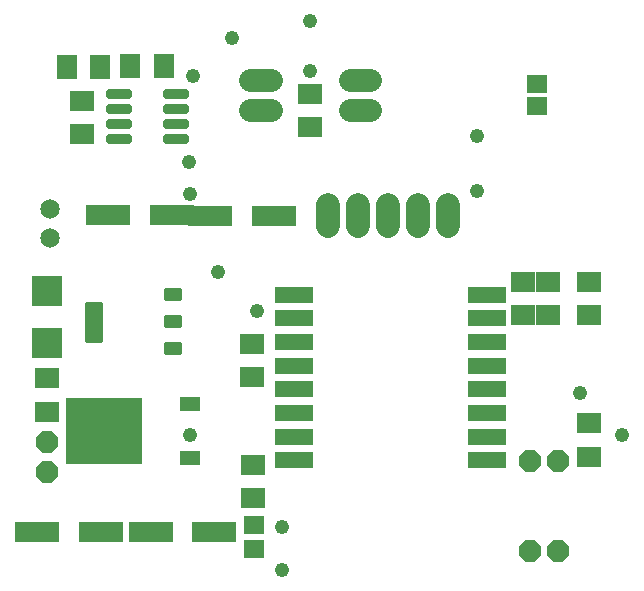
<source format=gbr>
G04 EAGLE Gerber RS-274X export*
G75*
%MOMM*%
%FSLAX34Y34*%
%LPD*%
%INSoldermask Bottom*%
%IPPOS*%
%AMOC8*
5,1,8,0,0,1.08239X$1,22.5*%
G01*
%ADD10R,1.803200X1.503200*%
%ADD11R,3.703200X1.803200*%
%ADD12R,2.603200X2.603200*%
%ADD13R,6.403200X5.603200*%
%ADD14R,1.803200X1.203200*%
%ADD15C,1.656000*%
%ADD16P,1.979475X8X292.500000*%
%ADD17R,2.006200X1.803200*%
%ADD18R,3.203200X1.403200*%
%ADD19P,1.979475X8X112.500000*%
%ADD20C,0.543816*%
%ADD21R,1.803200X2.006200*%
%ADD22C,0.339959*%
%ADD23C,0.393431*%
%ADD24C,1.930400*%
%ADD25C,2.016000*%
%ADD26C,1.209600*%


D10*
X228100Y35700D03*
X228100Y55700D03*
D11*
X191300Y317800D03*
X245300Y317800D03*
X98800Y50200D03*
X44800Y50200D03*
X194800Y50200D03*
X140800Y50200D03*
D12*
X53400Y209700D03*
X53400Y253700D03*
D13*
X101200Y135300D03*
D14*
X174200Y158100D03*
X174200Y112500D03*
D15*
X55500Y323600D03*
X55500Y298600D03*
D16*
X52900Y125900D03*
X52900Y100500D03*
D17*
X226900Y181080D03*
X226900Y209520D03*
X53300Y151780D03*
X53300Y180220D03*
X456500Y233330D03*
X456500Y261770D03*
X227300Y78480D03*
X227300Y106920D03*
D18*
X261900Y110800D03*
X261900Y130800D03*
X261900Y150800D03*
X261900Y170800D03*
X261900Y190800D03*
X261900Y210800D03*
X261900Y230800D03*
X261900Y250800D03*
X425900Y110800D03*
X425900Y130800D03*
X425900Y150800D03*
X425900Y170800D03*
X425900Y190800D03*
X425900Y210800D03*
X425900Y230800D03*
X425900Y250800D03*
D17*
X512100Y141920D03*
X512100Y113480D03*
X511600Y233330D03*
X511600Y261770D03*
D19*
X486000Y33900D03*
X486000Y110100D03*
D16*
X462000Y110100D03*
X462000Y33900D03*
D20*
X170847Y419453D02*
X153553Y419453D01*
X153553Y422647D01*
X170847Y422647D01*
X170847Y419453D01*
X170847Y406753D02*
X153553Y406753D01*
X153553Y409947D01*
X170847Y409947D01*
X170847Y406753D01*
X170847Y394053D02*
X153553Y394053D01*
X153553Y397247D01*
X170847Y397247D01*
X170847Y394053D01*
X170847Y381353D02*
X153553Y381353D01*
X153553Y384547D01*
X170847Y384547D01*
X170847Y381353D01*
X122447Y384547D02*
X105153Y384547D01*
X122447Y384547D02*
X122447Y381353D01*
X105153Y381353D01*
X105153Y384547D01*
X105153Y397247D02*
X122447Y397247D01*
X122447Y394053D01*
X105153Y394053D01*
X105153Y397247D01*
X105153Y409947D02*
X122447Y409947D01*
X122447Y406753D01*
X105153Y406753D01*
X105153Y409947D01*
X105153Y422647D02*
X122447Y422647D01*
X122447Y419453D01*
X105153Y419453D01*
X105153Y422647D01*
D21*
X98220Y444000D03*
X69780Y444000D03*
D17*
X82300Y386780D03*
X82300Y415220D03*
X276000Y392780D03*
X276000Y421220D03*
D21*
X151720Y444200D03*
X123280Y444200D03*
D10*
X468000Y410500D03*
X468000Y429500D03*
D22*
X153584Y254866D02*
X153584Y246934D01*
X153584Y254866D02*
X165316Y254866D01*
X165316Y246934D01*
X153584Y246934D01*
X153584Y250164D02*
X165316Y250164D01*
X165316Y253394D02*
X153584Y253394D01*
X153584Y231966D02*
X153584Y224034D01*
X153584Y231966D02*
X165316Y231966D01*
X165316Y224034D01*
X153584Y224034D01*
X153584Y227264D02*
X165316Y227264D01*
X165316Y230494D02*
X153584Y230494D01*
X153584Y209066D02*
X153584Y201134D01*
X153584Y209066D02*
X165316Y209066D01*
X165316Y201134D01*
X153584Y201134D01*
X153584Y204364D02*
X165316Y204364D01*
X165316Y207594D02*
X153584Y207594D01*
D23*
X86951Y212751D02*
X86951Y243249D01*
X98149Y243249D01*
X98149Y212751D01*
X86951Y212751D01*
X86951Y216488D02*
X98149Y216488D01*
X98149Y220225D02*
X86951Y220225D01*
X86951Y223962D02*
X98149Y223962D01*
X98149Y227699D02*
X86951Y227699D01*
X86951Y231436D02*
X98149Y231436D01*
X98149Y235173D02*
X86951Y235173D01*
X86951Y238910D02*
X98149Y238910D01*
X98149Y242647D02*
X86951Y242647D01*
D11*
X159000Y318000D03*
X105000Y318000D03*
D24*
X225364Y432700D02*
X242636Y432700D01*
X242636Y407300D02*
X225364Y407300D01*
X309364Y407300D02*
X326636Y407300D01*
X326636Y432700D02*
X309364Y432700D01*
D25*
X392800Y327064D02*
X392800Y308936D01*
X367400Y308936D02*
X367400Y327064D01*
X342000Y327064D02*
X342000Y308936D01*
X316600Y308936D02*
X316600Y327064D01*
X291200Y327064D02*
X291200Y308936D01*
D17*
X477400Y233330D03*
X477400Y261770D03*
D26*
X417100Y385300D03*
X417000Y339000D03*
X231000Y237000D03*
X198000Y270000D03*
X173500Y363300D03*
X174000Y336000D03*
X174000Y132000D03*
X252000Y54000D03*
X252000Y18000D03*
X210000Y468000D03*
X177000Y436400D03*
X540000Y132000D03*
X504000Y168000D03*
X275700Y440600D03*
X275500Y483000D03*
M02*

</source>
